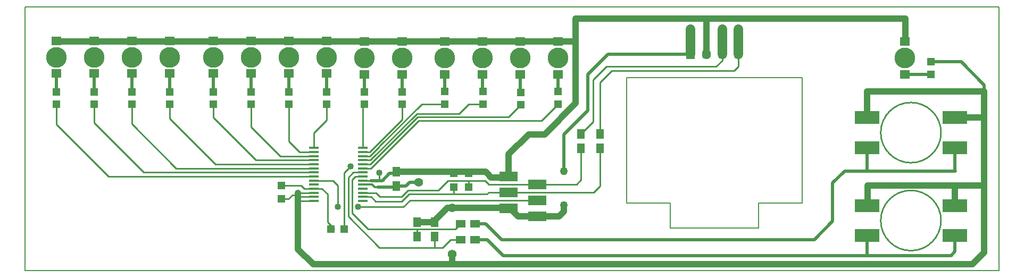
<source format=gbl>
%FSLAX25Y25*%
%MOIN*%
G70*
G01*
G75*
G04 Layer_Physical_Order=2*
G04 Layer_Color=16711680*
%ADD10C,0.01000*%
%ADD11C,0.04000*%
%ADD12C,0.02000*%
%ADD13C,0.00787*%
%ADD14C,0.12992*%
%ADD15O,0.05600X0.06400*%
%ADD16R,0.05600X0.06400*%
%ADD17C,0.04000*%
%ADD18C,0.05600*%
%ADD19C,0.05000*%
%ADD20R,0.06299X0.05512*%
%ADD21R,0.06000X0.05000*%
%ADD22R,0.05000X0.05000*%
%ADD23R,0.05000X0.05000*%
%ADD24R,0.11811X0.05906*%
%ADD25R,0.15748X0.07874*%
%ADD26R,0.05906X0.01181*%
%ADD27R,0.05000X0.06000*%
%ADD28R,0.04921X0.05118*%
%ADD29C,0.06000*%
%ADD30C,0.01200*%
D10*
X222000Y56528D02*
Y61500D01*
X200000D02*
X204000Y65500D01*
X200000Y26000D02*
Y61500D01*
X193000Y56528D02*
X196000Y53527D01*
X181000Y56528D02*
X193000D01*
X196000Y40000D02*
Y53527D01*
X186091Y51409D02*
X189500Y48000D01*
Y30500D02*
X193500Y26500D01*
X189500Y30500D02*
Y48000D01*
X181000Y51409D02*
X186091D01*
X241213Y44213D02*
X320866D01*
X237000Y40000D02*
X241213Y44213D01*
X245500Y21500D02*
Y26000D01*
X269500D01*
X215000D02*
X245500D01*
X205000Y36000D02*
X215000Y26000D01*
X269500D02*
X273000Y29500D01*
X256500Y14500D02*
Y21500D01*
Y14500D02*
X261500D01*
X222000D02*
X256500D01*
X202500Y34000D02*
X222000Y14500D01*
X266500Y19500D02*
X273000D01*
X261500Y14500D02*
X266500Y19500D01*
X308150Y34213D02*
X309000D01*
X259000Y50500D02*
X265000Y56500D01*
X278000D01*
X240000Y50500D02*
X259000D01*
X236000Y46500D02*
X240000Y50500D01*
X220000Y48850D02*
X222350Y46500D01*
X211709Y48850D02*
X220000D01*
X222350Y46500D02*
X236000D01*
Y43500D02*
X240500Y48000D01*
X217000Y46291D02*
X219791Y43500D01*
X211709Y46291D02*
X217000D01*
X219791Y43500D02*
X236000D01*
X173000Y53500D02*
X175091Y51409D01*
X160500Y53500D02*
X173000D01*
X160500Y45000D02*
X165000D01*
X167500Y47500D01*
X170150D01*
X171150Y46500D02*
X171358Y46291D01*
X170150Y47500D02*
X171150Y46500D01*
Y44000D02*
X171417Y43732D01*
X181000D01*
X171358Y46291D02*
X181000D01*
X171150Y48850D02*
X181000D01*
X246500Y94000D02*
X323500D01*
X211709Y64205D02*
X216705D01*
X246500Y94000D01*
X303000Y96500D02*
X310500Y104000D01*
X246000Y96500D02*
X303000D01*
X216264Y66764D02*
X246000Y96500D01*
X211709Y66764D02*
X216264D01*
X278000Y104500D02*
X287000D01*
X272000Y98500D02*
X278000Y104500D01*
X245500Y98500D02*
X272000D01*
X216323Y69323D02*
X245500Y98500D01*
X211709Y69323D02*
X216323D01*
X211709Y71882D02*
X216000D01*
X222000Y77882D01*
X248500Y104500D02*
X263000D01*
X222000Y78000D02*
X248500Y104500D01*
X222000Y77882D02*
Y78000D01*
X215941Y74441D02*
X236221Y94721D01*
Y104331D01*
X211709Y74441D02*
X215941D01*
X208500Y40000D02*
X237000D01*
X205000Y36000D02*
Y57000D01*
X202500Y34000D02*
Y58500D01*
X205646Y61646D01*
X211709D01*
X205000Y57000D02*
X207087Y59087D01*
X211709D01*
X240500Y48000D02*
X268500D01*
X211709Y56528D02*
X216500D01*
X356000Y119780D02*
X364220Y128000D01*
X356000Y93347D02*
Y119780D01*
X348425Y85772D02*
X356000Y93347D01*
X323500Y94000D02*
X334000Y104500D01*
X303150Y39213D02*
X308150Y34213D01*
X268500Y48000D02*
X289287D01*
X268500D02*
Y52500D01*
X278000Y56500D02*
X288213D01*
X278000Y52500D02*
Y56500D01*
X288213D02*
X290500Y54213D01*
X320866D01*
X289287Y48000D02*
X290500Y49213D01*
X303150D01*
X175091Y51409D02*
X181000D01*
X211709Y103441D02*
X212598Y104331D01*
X211709Y77000D02*
Y103441D01*
X52413Y59087D02*
X181000D01*
X19685Y91815D02*
Y104331D01*
Y91815D02*
X52413Y59087D01*
X43307Y92693D02*
Y104331D01*
Y92693D02*
X74354Y61646D01*
X181000D01*
X66929Y104331D02*
X67000Y104260D01*
Y92000D02*
Y104260D01*
Y92000D02*
X94795Y64205D01*
X181000D01*
X90500Y104279D02*
X90551Y104331D01*
X90500Y95500D02*
Y104279D01*
Y95500D02*
X119236Y66764D01*
X181000D01*
X118000Y104220D02*
X118110Y104331D01*
X118000Y96000D02*
Y104220D01*
Y96000D02*
X144677Y69323D01*
X181000D01*
X141732Y90268D02*
Y104331D01*
Y90268D02*
X160118Y71882D01*
X181000D01*
X165354Y81146D02*
Y104331D01*
Y81146D02*
X172059Y74441D01*
X181000D01*
X188976Y94476D02*
Y104331D01*
X181000Y86500D02*
X188976Y94476D01*
X181000Y77000D02*
Y86500D01*
X433118Y128000D02*
X437008Y131890D01*
X364220Y128000D02*
X433118D01*
X444398Y125500D02*
X446850Y127953D01*
X367626Y125500D02*
X444398D01*
X360236Y118110D02*
X367626Y125500D01*
X437008Y131890D02*
Y135827D01*
X446850Y135669D02*
X447008Y135827D01*
X446850Y127953D02*
Y135669D01*
X360236Y85772D02*
Y118110D01*
Y53150D02*
Y76772D01*
X348425Y57087D02*
Y76772D01*
X345551Y54213D02*
X348425Y57087D01*
X320866Y54213D02*
X345551D01*
X356299Y49213D02*
X360236Y53150D01*
X303150Y49213D02*
X356299D01*
X574016Y31496D02*
G03*
X574016Y31496I-18898J0D01*
G01*
Y86614D02*
G03*
X574016Y86614I-18898J0D01*
G01*
D11*
X232500Y62000D02*
X288500D01*
X118110Y143701D02*
X188976D01*
X20079D02*
X118110D01*
X288500Y62000D02*
X289500Y61000D01*
X292000Y58500D01*
X303150Y59213D02*
Y73150D01*
X188976Y143701D02*
X262992D01*
X292000Y58500D02*
X302437D01*
X303150Y59213D01*
X333858Y143701D02*
X345000D01*
Y158000D01*
Y105000D02*
Y143701D01*
X325500Y85500D02*
X345000Y105000D01*
X303150Y73150D02*
X315500Y85500D01*
X325500D01*
X427008Y135827D02*
Y157992D01*
X310236Y143701D02*
X333858D01*
X286614D02*
X310236D01*
X262992D02*
X286614D01*
X19685Y144095D02*
X20079Y143701D01*
X267500Y39500D02*
X303713D01*
X427000Y158000D02*
X427008Y157992D01*
X427000Y158000D02*
X551500D01*
X345000D02*
X427000D01*
X551181Y143701D02*
X551500Y144020D01*
Y158000D01*
X267500Y4000D02*
Y10500D01*
Y4000D02*
X593500D01*
X180500D02*
X267500D01*
X264500Y39500D02*
X267500D01*
X256500Y31500D02*
X264500Y39500D01*
X245500Y30500D02*
X256500D01*
Y31500D01*
X320866Y34213D02*
X334713D01*
X337500Y37000D02*
Y41000D01*
X334713Y34213D02*
X337500Y37000D01*
X303713Y39500D02*
X309000Y34213D01*
X320866D01*
X171150Y46500D02*
Y48850D01*
Y44000D02*
Y46500D01*
Y13350D02*
Y44000D01*
Y13350D02*
X180500Y4000D01*
X601000Y53500D02*
Y95000D01*
Y11500D02*
Y53500D01*
X583000D02*
X601000D01*
X593500Y4000D02*
X601000Y11500D01*
X528000Y53500D02*
X583000D01*
X582677Y53177D02*
X583000Y53500D01*
X582677Y40945D02*
Y53177D01*
X527559Y40945D02*
X528000Y41386D01*
Y53500D01*
X599937Y96063D02*
X601000Y95000D01*
X582677Y96063D02*
X599937D01*
X527500Y112500D02*
X601000D01*
Y95000D02*
Y112500D01*
X527500D02*
X527559Y112441D01*
Y96063D02*
Y112441D01*
D12*
X228472Y61000D02*
X254500D01*
X188976Y144095D02*
X212598D01*
X212598D02*
X236221D01*
X278000Y61000D02*
X289500D01*
X254500D02*
X268500D01*
X221000Y52500D02*
X233500D01*
X90551Y144095D02*
X118110D01*
X66929D02*
X90551D01*
X43307D02*
X66929D01*
X19685D02*
X43307D01*
X118110D02*
X141732D01*
X222000Y56528D02*
X224000D01*
X216500D02*
X222000D01*
X234000Y53000D02*
X238500D01*
X232500D02*
X234000D01*
X233500Y52500D02*
X234000Y53000D01*
X241000Y55500D02*
X246500D01*
X238500Y53000D02*
X241000Y55500D01*
X224000Y56528D02*
X228472Y61000D01*
X268500D02*
X278000D01*
X337500Y62500D02*
Y85500D01*
X352500Y100500D01*
X527559Y9500D02*
Y22047D01*
Y9500D02*
X580177D01*
X299500D02*
X527559D01*
X289500Y19500D02*
X299500Y9500D01*
X580177D02*
X582677Y12000D01*
Y22047D01*
X365327Y135827D02*
X417008D01*
X352500Y123000D02*
X365327Y135827D01*
X352500Y100500D02*
Y123000D01*
X513500Y62500D02*
X527500D01*
X282000Y29500D02*
X288500D01*
X298500Y19500D01*
X494500D01*
X506000Y31000D01*
Y55000D01*
X513500Y62500D01*
X282000Y19500D02*
X289500D01*
X527500Y77106D02*
X527559Y77165D01*
X527500Y62500D02*
Y77106D01*
Y62500D02*
X583000D01*
X582677Y62823D02*
X583000Y62500D01*
X582677Y62823D02*
Y77165D01*
X601000Y112500D02*
Y116500D01*
X567500Y131000D02*
X586500D01*
X601000Y116500D01*
X567398Y123228D02*
X567500Y123126D01*
X551181Y123228D02*
X567398D01*
X262992Y143701D02*
X262992Y143701D01*
X236221Y143701D02*
X262992D01*
X333858Y111811D02*
Y123228D01*
X310236Y111811D02*
Y123228D01*
X286614Y111811D02*
Y123228D01*
X262992Y111811D02*
Y123228D01*
X236221Y111811D02*
Y123228D01*
X212598Y111811D02*
Y123228D01*
X188976Y112205D02*
Y123622D01*
X165354Y112205D02*
Y123622D01*
X141732Y112205D02*
Y123622D01*
X118110Y112205D02*
Y123622D01*
X90551Y112205D02*
Y123622D01*
X66929Y112205D02*
Y123622D01*
X43307Y112205D02*
Y123622D01*
X19685Y112205D02*
Y123622D01*
X165354Y144095D02*
X188976D01*
X141732D02*
X165354D01*
D13*
X404449Y26654D02*
X459567D01*
Y42402D01*
X463504D01*
X487126D01*
Y121142D01*
X376890D02*
X487126D01*
X376890Y42402D02*
Y121142D01*
Y42402D02*
X404449D01*
Y26654D02*
Y42402D01*
X0Y0D02*
Y165354D01*
X610236D01*
Y0D02*
Y165354D01*
X0Y0D02*
X610236D01*
D14*
X188976Y133858D02*
D03*
X165354D02*
D03*
X141732D02*
D03*
X118110D02*
D03*
X90551D02*
D03*
X66929D02*
D03*
X43307D02*
D03*
X19685D02*
D03*
X212598Y133465D02*
D03*
X236221D02*
D03*
X262992Y133465D02*
D03*
X286614D02*
D03*
X310236D02*
D03*
X333858D02*
D03*
X551181Y133465D02*
D03*
D15*
X447008Y135827D02*
D03*
X437008D02*
D03*
X427008D02*
D03*
D16*
X417008D02*
D03*
D17*
X222000Y61500D02*
D03*
X204000Y65500D02*
D03*
X196000Y40000D02*
D03*
X208500D02*
D03*
D18*
X267500Y10500D02*
D03*
X246500Y55500D02*
D03*
X267500Y39500D02*
D03*
D19*
X337500Y41000D02*
D03*
Y62500D02*
D03*
D20*
X188976Y123622D02*
D03*
Y144095D02*
D03*
X165354Y123622D02*
D03*
Y144095D02*
D03*
X141732Y123622D02*
D03*
Y144095D02*
D03*
X118110Y123622D02*
D03*
Y144095D02*
D03*
X90551Y123622D02*
D03*
Y144095D02*
D03*
X66929Y123622D02*
D03*
Y144095D02*
D03*
X43307Y123622D02*
D03*
Y144095D02*
D03*
X19685Y123622D02*
D03*
Y144095D02*
D03*
X212598Y123228D02*
D03*
Y143701D02*
D03*
X236221Y123228D02*
D03*
Y143701D02*
D03*
X262992Y123228D02*
D03*
Y143701D02*
D03*
X286614Y123228D02*
D03*
Y143701D02*
D03*
X310236Y123228D02*
D03*
Y143701D02*
D03*
X333858Y123228D02*
D03*
Y143701D02*
D03*
X551181Y123228D02*
D03*
Y143701D02*
D03*
D21*
X282000Y19500D02*
D03*
X273000D02*
D03*
X282000Y29500D02*
D03*
X273000D02*
D03*
D22*
X160500Y45000D02*
D03*
Y53500D02*
D03*
X278000Y52500D02*
D03*
Y61000D02*
D03*
X268500Y52500D02*
D03*
Y61000D02*
D03*
D23*
X191500Y26000D02*
D03*
X200000D02*
D03*
D24*
X303150Y59213D02*
D03*
X320866Y54213D02*
D03*
X303150Y49213D02*
D03*
X320866Y44213D02*
D03*
X303150Y39213D02*
D03*
X320866Y34213D02*
D03*
D25*
X527559Y22047D02*
D03*
Y40945D02*
D03*
X582677D02*
D03*
Y22047D02*
D03*
X527559Y77165D02*
D03*
Y96063D02*
D03*
X582677D02*
D03*
Y77165D02*
D03*
D26*
X211709Y77000D02*
D03*
Y74441D02*
D03*
Y71882D02*
D03*
Y69323D02*
D03*
Y66764D02*
D03*
Y64205D02*
D03*
Y61646D02*
D03*
Y59087D02*
D03*
Y56528D02*
D03*
Y53969D02*
D03*
Y51409D02*
D03*
Y48850D02*
D03*
Y46291D02*
D03*
Y43732D02*
D03*
X181000D02*
D03*
Y46291D02*
D03*
Y48850D02*
D03*
Y51409D02*
D03*
Y53969D02*
D03*
Y56528D02*
D03*
Y59087D02*
D03*
Y61646D02*
D03*
Y64205D02*
D03*
Y66764D02*
D03*
Y69323D02*
D03*
Y71882D02*
D03*
Y74441D02*
D03*
Y77000D02*
D03*
D27*
X256500Y30500D02*
D03*
Y21500D02*
D03*
X245500Y30500D02*
D03*
Y21500D02*
D03*
X348425Y76772D02*
D03*
Y85772D02*
D03*
X360236Y76772D02*
D03*
Y85772D02*
D03*
X232500Y53000D02*
D03*
Y62000D02*
D03*
D28*
X188976Y104331D02*
D03*
Y112205D02*
D03*
X165354Y104331D02*
D03*
Y112205D02*
D03*
X141732Y104331D02*
D03*
Y112205D02*
D03*
X118110Y104331D02*
D03*
Y112205D02*
D03*
X90551Y104331D02*
D03*
Y112205D02*
D03*
X66929Y104331D02*
D03*
Y112205D02*
D03*
X43307Y104331D02*
D03*
Y112205D02*
D03*
X19685Y104331D02*
D03*
Y112205D02*
D03*
X212598Y104331D02*
D03*
Y112205D02*
D03*
X236221Y104331D02*
D03*
Y112205D02*
D03*
X263000Y104500D02*
D03*
Y112374D02*
D03*
X287000Y104500D02*
D03*
Y112374D02*
D03*
X310500Y104000D02*
D03*
Y111874D02*
D03*
X334000Y104500D02*
D03*
Y112374D02*
D03*
X567500Y131000D02*
D03*
Y123126D02*
D03*
D29*
X446850Y135669D02*
Y151335D01*
X437008Y135827D02*
Y151492D01*
X417000Y151500D02*
X417008Y151492D01*
Y135827D02*
Y151492D01*
D30*
X219000Y52500D02*
X221000D01*
X217531Y53969D02*
X219000Y52500D01*
X211709Y53969D02*
X217531D01*
M02*

</source>
